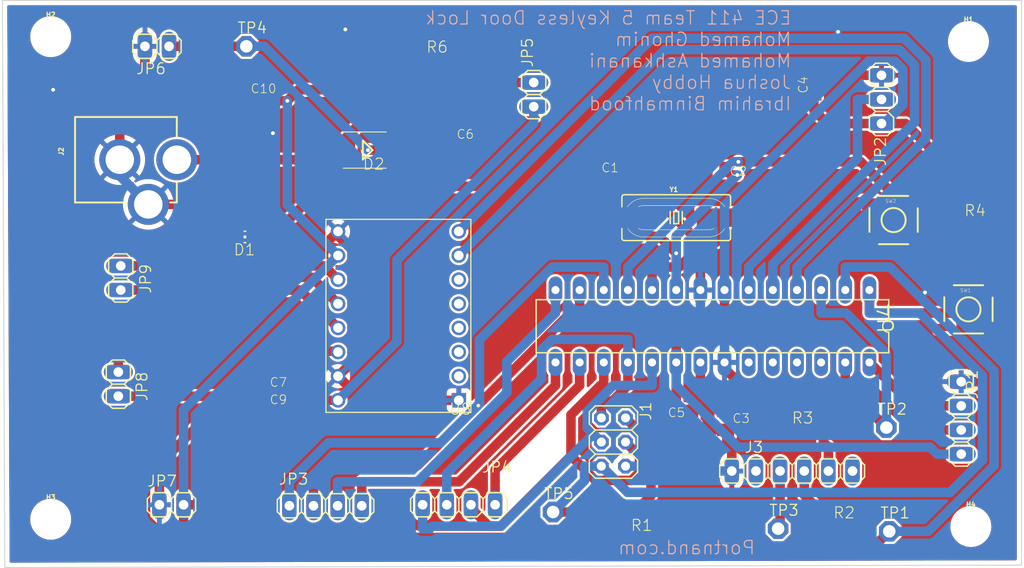
<source format=kicad_pcb>
(kicad_pcb (version 20211014) (generator pcbnew)
  (title_block (title "Keypad Door Lock PCB") (rev "1") (company "ECE 411 Team 5 Practicum"))
  (layers (0 "F.Cu" signal) (31 "B.Cu" signal) (34 "B.Paste" user) (35 "F.Paste" user) (36 "B.SilkS" user "B.Silkscreen") (37 "F.SilkS" user "F.Silkscreen") (38 "B.Mask" user) (39 "F.Mask" user) (44 "Edge.Cuts" user))
  (net 0 "")
  (net 1 "+5V")
  (net 2 "GND")
  (net 3 "Net-(C6-Pad1)")
  (net 4 "Net-(C9-Pad1)")
  (net 5 "Net-(J1-Pad5)")
  (net 6 "Net-(J3-Pad4)")
  (net 7 "Net-(C2-Pad2)")
  (net 8 "Net-(C1-Pad2)")
  (net 9 "Net-(J3-Pad5)")
  (net 10 "Net-(JP3-Pad4)")
  (net 11 "Net-(JP3-Pad3)")
  (net 12 "Net-(JP3-Pad2)")
  (net 13 "Net-(JP3-Pad1)")
  (net 14 "Net-(C3-Pad1)")
  (net 19 "Net-(D1-PadA)")
  (net 20 "Net-(JP4-Pad4)")
  (net 21 "Net-(J1-Pad4)")
  (net 22 "Net-(J1-Pad1)")
  (net 28 "Net-(J1-Pad3)")
  (net 29 "Net-(JP1-Pad3)")
  (net 30 "Net-(JP1-Pad2)")
  (net 31 "Net-(JP8-Pad2)")
  (net 32 "Net-(JP9-Pad1)")
  (net 33 "Net-(JP9-Pad2)")
  (net 34 "Net-(JP8-Pad1)")
  (net 35 "+12V")
  (net 38 "Net-(J3-Pad3)")
  (net 39 "Net-(JP2-Pad2)")
  (net 40 "Net-(R2-Pad1)")
  (net 41 "Net-(R3-Pad1)")
  (net 42 "Net-(R4-Pad2)")
  (net 43 "Net-(U4-Pad4)")
  (net 44 "Net-(U4-Pad5)")
  (footprint "Keyless_Door:P1-13" (layer "F.Cu") (at 178.1048 102.5906)
    (fp_text reference "TP3")
    (fp_text value "Testpoint")
  )
  (footprint "Keyless_Door:1X03" (layer "F.Cu") (at 188.976 57.404 90)
    (fp_text reference "JP2")
    (fp_text value "Gnd|Input|Vcc5")
  )
  (footprint "Keyless_Door:R0805" (layer "F.Cu") (at 180.2638 91.9988)
    (fp_text reference "R3")
    (fp_text value "1K")
  )
  (footprint "Keyless_Door:2X03" (layer "F.Cu") (at 160.782 93.472 -90)
    (property "Value" "")
    (fp_text reference "J1")
    (fp_text value "3x2 ICSP_PINS")
  )
  (footprint "Keyless_Door:1X04" (layer "F.Cu") (at 144.526 100.076)
    (fp_text reference "JP4")
    (fp_text value "1X4 KEYPAD_PINS2")
  )
  (footprint "Keyless_Door:C0805K" (layer "F.Cu") (at 144.78 62.738)
    (fp_text reference "C6")
    (fp_text value "10u")
  )
  (footprint "Keyless_Door:C0805K" (layer "F.Cu") (at 128.27 86.614)
    (fp_text reference "C7")
    (fp_text value "100u")
  )
  (footprint "Keyless_Door:C0805K" (layer "F.Cu") (at 123.8348 57.5564 180)
    (fp_text reference "C10")
    (fp_text value "100n")
  )
  (footprint "Keyless_Door:P1-13" (layer "F.Cu") (at 122.174 51.816)
    (fp_text reference "TP4")
    (fp_text value "Testpoint")
  )
  (footprint "Keyless_Door:P1-13" (layer "F.Cu") (at 154.432 100.838)
    (fp_text reference "TP5")
    (fp_text value "Testpoint")
  )
  (footprint "Keyless_Door:C0805K" (layer "F.Cu") (at 171.5676 64.77)
    (fp_text reference "C2")
    (fp_text value "30p")
  )
  (footprint "Keyless_Door:STAND-OFF" (layer "F.Cu") (at 101.6 101.6)
    (fp_text reference "H3")
    (fp_text value "STAND-OFF")
  )
  (footprint "Keyless_Door:R0805" (layer "F.Cu") (at 160.528 100.711 180)
    (fp_text reference "R1")
    (fp_text value "10K")
  )
  (footprint "Keyless_Door:C0805K" (layer "F.Cu") (at 163.3634 64.7446 180)
    (fp_text reference "C1")
    (fp_text value "30p")
  )
  (footprint "Keyless_Door:CHIP-LED0805" (layer "F.Cu") (at 122.174 71.882 90)
    (property "Value" "")
    (fp_text reference "D1")
    (fp_text value "LED")
  )
  (footprint "Keyless_Door:TACTILE_SWITCH_SMD" (layer "F.Cu") (at 198.12 79.502)
    (fp_text reference "SW1")
    (fp_text value "!Reset")
  )
  (footprint "Keyless_Door:C0805K" (layer "F.Cu") (at 128.302 89.0778 180)
    (fp_text reference "C9")
    (fp_text value "100u")
  )
  (footprint "Keyless_Door:MODULE_A4988_STEPPER_MOTOR_DRIVER_CARRIER" (layer "F.Cu") (at 138.1666 80.1878 180)
    (fp_text reference "U8")
    (fp_text value "A4988_STEPPER_MOTOR_DRIVER_CARRIER")
  )
  (footprint "Keyless_Door:HC49UP" (layer "F.Cu") (at 167.386 69.85)
    (fp_text reference "Y1")
    (fp_text value "Crystal")
  )
  (footprint "Keyless_Door:C0805K" (layer "F.Cu") (at 168.91 91.186 -90)
    (fp_text reference "C5")
    (fp_text value "100n")
  )
  (footprint "Keyless_Door:C0805K" (layer "F.Cu") (at 172.466 91.186 -90)
    (fp_text reference "C3")
    (fp_text value "100n")
  )
  (footprint "Keyless_Door:1X02" (layer "F.Cu") (at 152.4 56.896 90)
    (fp_text reference "JP5")
    (fp_text value "VOMT|12V")
  )
  (footprint "Keyless_Door:STAND-OFF" (layer "F.Cu") (at 198.12 51.308)
    (fp_text reference "H1")
    (fp_text value "STAND-OFF")
  )
  (footprint "Keyless_Door:1X04" (layer "F.Cu") (at 197.358 90.932 -90)
    (fp_text reference "JP1")
    (fp_text value "1x4 LCD_PINS")
  )
  (footprint "Keyless_Door:R0805" (layer "F.Cu") (at 141.666 53.848)
    (fp_text reference "R6")
    (fp_text value "1k")
  )
  (footprint "Keyless_Door:1X02" (layer "F.Cu") (at 108.712 87.376 90)
    (fp_text reference "JP8")
    (fp_text value "SM_P14|P11")
  )
  (footprint "Keyless_Door:1X06" (layer "F.Cu") (at 179.578 96.52)
    (property "Value" "")
    (fp_text reference "J3")
    (fp_text value "1x6 FTDL_PINS")
  )
  (footprint "Keyless_Door:TACTILE_SWITCH_SMD" (layer "F.Cu") (at 190.246 70.104)
    (fp_text reference "SW2")
    (fp_text value "Open")
  )
  (footprint "Keyless_Door:C0805K" (layer "F.Cu") (at 181.864 55.88 90)
    (fp_text reference "C4")
    (fp_text value "100n")
  )
  (footprint "Keyless_Door:R0805" (layer "F.Cu") (at 198.882 70.612 180)
    (fp_text reference "R4")
    (fp_text value "10K")
  )
  (footprint "Keyless_Door:1X02" (layer "F.Cu") (at 112.776 51.816 180)
    (fp_text reference "JP6")
    (fp_text value "InGND|In12")
  )
  (footprint "Keyless_Door:STAND-OFF" (layer "F.Cu") (at 101.6 50.8)
    (fp_text reference "H2")
    (fp_text value "STAND-OFF")
  )
  (footprint "Keyless_Door:R0805" (layer "F.Cu") (at 184.47 102.87)
    (fp_text reference "R2")
    (fp_text value "1K")
  )
  (footprint "Keyless_Door:P1-13" (layer "F.Cu") (at 189.7888 102.87)
    (fp_text reference "TP1")
    (fp_text value "Testpoint")
  )
  (footprint "Keyless_Door:STAND-OFF" (layer "F.Cu") (at 198.374 102.362)
    (fp_text reference "H4")
    (fp_text value "STAND-OFF")
  )
  (footprint "Keyless_Door:DIL28-3" (layer "F.Cu") (at 171.196 81.28 180)
    (fp_text reference "U4")
    (fp_text value "ATMEGA328P-PU")
  )
  (footprint "Keyless_Door:P1-13" (layer "F.Cu") (at 189.484 91.948)
    (fp_text reference "TP2")
    (fp_text value "Testpoint")
  )
  (footprint "Keyless_Door:SMB" (layer "F.Cu") (at 134.62 62.738 180)
    (property "Value" "")
    (fp_text reference "D2")
    (fp_text value "M7")
  )
  (footprint "Keyless_Door:1X02" (layer "F.Cu") (at 108.966 76.2 -90)
    (fp_text reference "JP9")
    (fp_text value "SM_P12|P13")
  )
  (footprint "Keyless_Door:1X04" (layer "F.Cu") (at 130.5052 100.1776 180)
    (fp_text reference "JP3")
    (fp_text value "1X4 KEYPAD_PINS1")
  )
  (footprint "Keyless_Door:1X02" (layer "F.Cu") (at 114.3 100.076)
    (fp_text reference "JP7")
    (fp_text value "OutGND|Out5")
  )
  (footprint "Keyless_Door:POWER_JACK_PTH" (layer "F.Cu") (at 101.1615 63.754 -90)
    (property "Value" "")
    (fp_text reference "J2")
    (fp_text value "Power Jack")
  )
  (gr_line (start 203.708 106.426) (end 96.774 106.68) (layer "Edge.Cuts") (width 0.1))
  (gr_line (start 96.52 46.99) (end 203.708 46.99) (layer "Edge.Cuts") (width 0.1))
  (gr_line (start 96.774 106.68) (end 96.52 46.99) (layer "Edge.Cuts") (width 0.1))
  (gr_line (start 203.708 46.99) (end 203.708 106.426) (layer "Edge.Cuts") (width 0.1))
  (gr_text "Portnand.com" (at 175.768 105.41) (layer "B.SilkS") (effects (font (size 1.40208 1.40208) (thickness 0.12192)) (justify left bottom mirror)))
  (gr_text "ECE 411 Team 5 Keyless Door Lock\nMohamed Ghonim\nMohamed Ashkanani\nJoshua Hobby\nIbrahim Binmahfood" (at 179.578 58.674) (layer "B.SilkS") (effects (font (size 1.40208 1.40208) (thickness 0.12192)) (justify left bottom mirror)))
  (segment (start 164.208 93.088) (end 167.11 90.186) (width 1) (layer "F.Cu") (net 1))
  (segment (start 172.466 77.47) (end 172.466 79.8924) (width 1) (layer "F.Cu") (net 1))
  (segment (start 129.27 86.1736) (end 128.2101 85.1137) (width 1) (layer "F.Cu") (net 1))
  (segment (start 128.2101 85.1137) (end 126.2529 85.1137) (width 1) (layer "F.Cu") (net 1))
  (segment (start 111.5641 101.4992) (end 112.6649 102.6) (width 1) (layer "F.Cu") (net 1))
  (segment (start 142.616 53.848) (end 142.616 54.856) (width 1) (layer "F.Cu") (net 1))
  (segment (start 181.864 58.53) (end 183.278 59.944) (width 1) (layer "F.Cu") (net 1))
  (segment (start 169.6908 82.6676) (end 172.466 79.8924) (width 1) (layer "F.Cu") (net 1))
  (segment (start 161.478 100.711) (end 161.478 102.461) (width 1) (layer "F.Cu") (net 1))
  (segment (start 164.208 93.088) (end 162.052 90.932) (width 1) (layer "F.Cu") (net 1))
  (segment (start 141.084 56.388) (end 127.6532 56.388) (width 1) (layer "F.Cu") (net 1))
  (segment (start 181.864 56.88) (end 181.864 58.53) (width 1) (layer "F.Cu") (net 1))
  (segment (start 167.386 85.09) (end 167.386 82.6676) (width 1) (layer "F.Cu") (net 1))
  (segment (start 120.2098 91.1568) (end 117.6702 91.1568) (width 1) (layer "F.Cu") (net 1))
  (segment (start 161.478 100.711) (end 163.128 100.711) (width 1) (layer "F.Cu") (net 1))
  (segment (start 124.8348 57.5564) (end 126.4848 57.5564) (width 1) (layer "F.Cu") (net 1))
  (segment (start 115.57 100.076) (end 115.57 102.6) (width 1) (layer "F.Cu") (net 1))
  (segment (start 117.6702 91.1568) (end 111.5641 97.2629) (width 1) (layer "F.Cu") (net 1))
  (segment (start 127.6532 56.388) (end 126.4848 57.5564) (width 1) (layer "F.Cu") (net 1))
  (segment (start 163.128 100.711) (end 164.73 99.109) (width 1) (layer "F.Cu") (net 1))
  (segment (start 167.386 90.186) (end 167.386 85.09) (width 1) (layer "F.Cu") (net 1))
  (segment (start 164.73 99.109) (end 164.73 93.61) (width 1) (layer "F.Cu") (net 1))
  (segment (start 188.976 59.944) (end 191.5 59.944) (width 1) (layer "F.Cu") (net 1))
  (segment (start 199.832 68.276) (end 199.832 70.612) (width 1) (layer "F.Cu") (net 1))
  (segment (start 164.73 93.61) (end 164.208 93.088) (width 1) (layer "F.Cu") (net 1))
  (segment (start 129.27 86.614) (end 129.27 86.1736) (width 1) (layer "F.Cu") (net 1))
  (segment (start 126.2529 85.1137) (end 120.2098 91.1568) (width 1) (layer "F.Cu") (net 1))
  (segment (start 183.278 59.944) (end 188.976 59.944) (width 1) (layer "F.Cu") (net 1))
  (segment (start 167.386 90.186) (end 167.11 90.186) (width 1) (layer "F.Cu") (net 1))
  (segment (start 112.6649 102.6) (end 115.57 102.6) (width 1) (layer "F.Cu") (net 1))
  (segment (start 142.616 54.856) (end 141.084 56.388) (width 1) (layer "F.Cu") (net 1))
  (segment (start 167.386 82.6676) (end 169.6908 82.6676) (width 1) (layer "F.Cu") (net 1))
  (segment (start 191.5 59.944) (end 199.832 68.276) (width 1) (layer "F.Cu") (net 1))
  (segment (start 168.91 90.186) (end 167.386 90.186) (width 1) (layer "F.Cu") (net 1))
  (segment (start 115.57 100.076) (end 117.332 100.076) (width 1) (layer "F.Cu") (net 1))
  (segment (start 120.7714 103.5154) (end 160.4236 103.5154) (width 1) (layer "F.Cu") (net 1))
  (segment (start 111.5641 97.2629) (end 111.5641 101.4992) (width 1) (layer "F.Cu") (net 1))
  (segment (start 160.4236 103.5154) (end 161.478 102.461) (width 1) (layer "F.Cu") (net 1))
  (segment (start 117.332 100.076) (end 120.7714 103.5154) (width 1) (layer "F.Cu") (net 1))
  (via (at 126.4848 57.5564) (size 0.8) (drill 0.4) (layers "F.Cu" "B.Cu") (net 1))
  (segment (start 191.2212 57.9908) (end 189.268 59.944) (width 1) (layer "B.Cu") (net 1))
  (segment (start 191.2212 54.2345) (end 191.2212 57.9908) (width 1) (layer "B.Cu") (net 1))
  (segment (start 131.8166 73.8378) (end 126.4849 68.5061) (width 1) (layer "B.Cu") (net 1))
  (segment (start 190.3719 53.3852) (end 191.2212 54.2345) (width 1) (layer "B.Cu") (net 1))
  (segment (start 187.6115 53.3852) (end 190.3719 53.3852) (width 1) (layer "B.Cu") (net 1))
  (segment (start 189.268 59.944) (end 188.976 59.944) (width 1) (layer "B.Cu") (net 1))
  (segment (start 115.57 90.0844) (end 131.8166 73.8378) (width 1) (layer "B.Cu") (net 1))
  (segment (start 115.57 100.076) (end 115.57 90.0844) (width 1) (layer "B.Cu") (net 1))
  (segment (start 126.4849 57.5564) (end 126.4848 57.5564) (width 1) (layer "B.Cu") (net 1))
  (segment (start 197.358 94.742) (end 194.834 94.742) (width 1) (layer "B.Cu") (net 1))
  (segment (start 172.466 68.5307) (end 187.6115 53.3852) (width 1) (layer "B.Cu") (net 1))
  (segment (start 167.386 87.5124) (end 173.8857 94.0121) (width 1) (layer "B.Cu") (net 1))
  (segment (start 167.386 85.09) (end 167.386 87.5124) (width 1) (layer "B.Cu") (net 1))
  (segment (start 173.8857 94.0121) (end 194.1041 94.0121) (width 1) (layer "B.Cu") (net 1))
  (segment (start 126.4849 68.5061) (end 126.4849 57.5564) (width 1) (layer "B.Cu") (net 1))
  (segment (start 194.1041 94.0121) (end 194.834 94.742) (width 1) (layer "B.Cu") (net 1))
  (segment (start 172.466 77.47) (end 172.466 68.5307) (width 1) (layer "B.Cu") (net 1))
  (segment (start 131.8166 86.5378) (end 133.3202 88.0414) (width 1) (layer "F.Cu") (net 2))
  (segment (start 175.5863 71.1247) (end 175.5863 68.6017) (width 1) (layer "F.Cu") (net 2))
  (segment (start 172.466 85.7124) (end 173.9802 87.2266) (width 1) (layer "F.Cu") (net 2))
  (segment (start 138.3282 68.1844) (end 150.9216 68.1844) (width 1) (layer "F.Cu") (net 2))
  (segment (start 111.506 54.34) (end 117.9684 54.34) (width 1) (layer "F.Cu") (net 2))
  (segment (start 195.5978 76.9718) (end 195.5978 77.5792) (width 1) (layer "F.Cu") (net 2))
  (segment (start 108.8615 56.9845) (end 111.506 54.34) (width 1) (layer "F.Cu") (net 2))
  (segment (start 181.864 54.88) (end 178.6576 54.88) (width 1) (layer "F.Cu") (net 2))
  (segment (start 200.5582 79.8922) (end 202.1339 78.3165) (width 1) (layer "F.Cu") (net 2))
  (segment (start 170.5676 64.77) (end 170.5676 62.97) (width 1) (layer "F.Cu") (net 2))
  (segment (start 199.882 85.0519) (end 199.1721 84.342) (width 1) (layer "F.Cu") (net 2))
  (segment (start 127.302 89.0778) (end 125.652 89.0778) (width 1) (layer "F.Cu") (net 2))
  (segment (start 131.5829 71.5315) (end 131.8166 71.2978) (width 1) (layer "F.Cu") (net 2))
  (segment (start 196.1788 76.3908) (end 195.5978 76.9718) (width 1) (layer "F.Cu") (net 2))
  (segment (start 175.5863 68.6017) (end 173.5546 66.57) (width 1) (layer "F.Cu") (net 2))
  (segment (start 111.8615 68.454) (end 116.096 68.454) (width 1) (layer "F.Cu") (net 2))
  (segment (start 186.436 54.88) (end 181.864 54.88) (width 1) (layer "F.Cu") (net 2))
  (segment (start 150.9216 68.1844) (end 155.8618 63.2442) (width 1) (layer "F.Cu") (net 2))
  (segment (start 142.7516 89.0778) (end 133.3202 89.0778) (width 1) (layer "F.Cu") (net 2))
  (segment (start 171.6634 75.0476) (end 175.5863 71.1247) (width 1) (layer "F.Cu") (net 2))
  (segment (start 197.358 87.122) (end 199.882 87.122) (width 1) (layer "F.Cu") (net 2))
  (segment (start 117.9684 54.34) (end 121.1848 57.5564) (width 1) (layer "F.Cu") (net 2))
  (segment (start 131.5829 71.5315) (end 133.282 73.2306) (width 1) (layer "F.Cu") (net 2))
  (segment (start 186.825 68.199) (end 185.944 68.199) (width 1) (layer "F.Cu") (net 2))
  (segment (start 164.3634 64.7446) (end 166.0134 64.7446) (width 1) (layer "F.Cu") (net 2))
  (segment (start 132.3553 90.6295) (end 128.4022 90.6295) (width 1) (layer "F.Cu") (net 2))
  (segment (start 173.228 96.52) (end 173.228 93.996) (width 1) (layer "F.Cu") (net 2))
  (segment (start 186.825 68.199) (end 195.5978 76.9718) (width 1) (layer "F.Cu") (net 2))
  (segment (start 170.5676 65.3442) (end 166.613 65.3442) (width 1) (layer "F.Cu") (net 2))
  (segment (start 113.03 97.552) (end 117.1778 97.552) (width 1) (layer "F.Cu") (net 2))
  (segment (start 133.3202 89.6646) (end 132.3553 90.6295) (width 1) (layer "F.Cu") (net 2))
  (segment (start 199.1721 84.342) (end 199.1721 80.7138) (width 1) (layer "F.Cu") (net 2))
  (segment (start 133.3202 89.0778) (end 133.3202 89.6646) (width 1) (layer "F.Cu") (net 2))
  (segment (start 178.6576 54.88) (end 170.5676 62.97) (width 1) (layer "F.Cu") (net 2))
  (segment (start 155.8618 63.2442) (end 163.3947 63.2442) (width 1) (layer "F.Cu") (net 2))
  (segment (start 172.9711 93.7391) (end 172.9711 92.186) (width 1) (layer "F.Cu") (net 2))
  (segment (start 170.5676 64.77) (end 170.5676 65.3442) (width 1) (layer "F.Cu") (net 2))
  (segment (start 133.282 85.0724) (end 131.8166 86.5378) (width 1) (layer "F.Cu") (net 2))
  (segment (start 185.5413 68.6017) (end 185.944 68.199) (width 1) (layer "F.Cu") (net 2))
  (segment (start 168.91 92.186) (end 170.71 92.186) (width 1) (layer "F.Cu") (net 2))
  (segment (start 126.4516 64.9544) (end 121.124 70.282) (width 1) (layer "F.Cu") (net 2))
  (segment (start 145.3636 64.9544) (end 126.4516 64.9544) (width 1) (layer "F.Cu") (net 2))
  (segment (start 117.1778 97.552) (end 125.652 89.0778) (width 1) (layer "F.Cu") (net 2))
  (segment (start 172.466 85.09) (end 172.466 85.7124) (width 1) (layer "F.Cu") (net 2))
  (segment (start 186.452 54.864) (end 186.436 54.88) (width 1) (layer "F.Cu") (net 2))
  (segment (start 173.228 93.996) (end 172.9711 93.7391) (width 1) (layer "F.Cu") (net 2))
  (segment (start 121.124 71.882) (end 119.524 71.882) (width 1) (layer "F.Cu") (net 2))
  (segment (start 195.5978 77.5792) (end 195.58 77.597) (width 1) (layer "F.Cu") (net 2))
  (segment (start 202.1339 78.3165) (end 202.1339 76.8818) (width 1) (layer "F.Cu") (net 2))
  (segment (start 144.5166 89.0778) (end 142.7516 89.0778) (width 1) (layer "F.Cu") (net 2))
  (segment (start 108.8615 63.754) (end 108.8615 56.9845) (width 1) (layer "F.Cu") (net 2))
  (segment (start 121.124 71.882) (end 121.124 72.0072) (width 1) (layer "F.Cu") (net 2))
  (segment (start 175.5863 68.6017) (end 185.5413 68.6017) (width 1) (layer "F.Cu") (net 2))
  (segment (start 172.466 92.186) (end 170.71 92.186) (width 1) (layer "F.Cu") (net 2))
  (segment (start 173.9802 87.2266) (end 173.9802 91.1769) (width 1) (layer "F.Cu") (net 2))
  (segment (start 121.124 72.0072) (end 122.2992 73.1824) (width 1) (layer "F.Cu") (net 2))
  (segment (start 163.3947 63.2442) (end 164.3634 64.2129) (width 1) (layer "F.Cu") (net 2))
  (segment (start 127.27 87.2458) (end 127.302 87.2778) (width 1) (layer "F.Cu") (net 2))
  (segment (start 127.302 89.0778) (end 127.302 87.2778) (width 1) (layer "F.Cu") (net 2))
  (segment (start 127.27 86.614) (end 127.27 87.2458) (width 1) (layer "F.Cu") (net 2))
  (segment (start 173.9802 91.1769) (end 172.9711 92.186) (width 1) (layer "F.Cu") (net 2))
  (segment (start 166.613 65.3442) (end 166.0134 64.7446) (width 1) (layer "F.Cu") (net 2))
  (segment (start 121.124 71.882) (end 121.124 70.282) (width 1) (layer "F.Cu") (net 2))
  (segment (start 113.03 100.076) (end 113.03 97.552) (width 1) (layer "F.Cu") (net 2))
  (segment (start 172.9711 92.186) (end 172.466 92.186) (width 1) (layer "F.Cu") (net 2))
  (segment (start 170.5676 65.3572) (end 170.5676 66.57) (width 1) (layer "F.Cu") (net 2))
  (segment (start 201.6429 76.3908) (end 196.1788 76.3908) (width 1) (layer "F.Cu") (net 2))
  (segment (start 164.3634 64.2129) (end 164.3634 64.7446) (width 1) (layer "F.Cu") (net 2))
  (segment (start 170.5676 65.3572) (end 170.5676 65.3442) (width 1) (layer "F.Cu") (net 2))
  (segment (start 116.096 68.454) (end 119.524 71.882) (width 1) (layer "F.Cu") (net 2))
  (segment (start 122.8348 57.5564) (end 121.1848 57.5564) (width 1) (layer "F.Cu") (net 2))
  (segment (start 128.4022 90.6295) (end 127.302 89.5293) (width 1) (layer "F.Cu") (net 2))
  (segment (start 145.78 64.538) (end 145.3636 64.9544) (width 1) (layer "F.Cu") (net 2))
  (segment (start 199.1721 80.7138) (end 199.9937 79.8922) (width 1) (layer "F.Cu") (net 2))
  (segment (start 173.5546 66.57) (end 170.5676 66.57) (width 1) (layer "F.Cu") (net 2))
  (segment (start 133.3202 88.0414) (end 133.3202 89.0778) (width 1) (layer "F.Cu") (net 2))
  (segment (start 133.282 73.2306) (end 138.3282 68.1844) (width 1) (layer "F.Cu") (net 2))
  (segment (start 169.926 77.47) (end 169.926 75.0476) (width 1) (layer "F.Cu") (net 2))
  (segment (start 111.506 51.816) (end 111.506 54.34) (width 1) (layer "F.Cu") (net 2))
  (segment (start 188.976 54.864) (end 186.452 54.864) (width 1) (layer "F.Cu") (net 2))
  (segment (start 127.302 89.5293) (end 127.302 89.0778) (width 1) (layer "F.Cu") (net 2))
  (segment (start 199.882 87.122) (end 199.882 85.0519) (width 1) (layer "F.Cu") (net 2))
  (segment (start 187.706 68.199) (end 186.825 68.199) (width 1) (layer "F.Cu") (net 2))
  (segment (start 129.932 73.1824) (end 131.5829 71.5315) (width 1) (layer "F.Cu") (net 2))
  (segment (start 145.78 62.738) (end 145.78 64.538) (width 1) (layer "F.Cu") (net 2))
  (segment (start 133.282 73.2306) (end 133.282 85.0724) (width 1) (layer "F.Cu") (net 2))
  (segment (start 122.2992 73.1824) (end 129.932 73.1824) (width 1) (layer "F.Cu") (net 2))
  (segment (start 169.926 75.0476) (end 171.6634 75.0476) (width 1) (layer "F.Cu") (net 2))
  (segment (start 199.9937 79.8922) (end 200.5582 79.8922) (width 1) (layer "F.Cu") (net 2))
  (segment (start 202.1339 76.8818) (end 201.6429 76.3908) (width 1) (layer "F.Cu") (net 2))
  (via (at 184.404 50.292) (size 0.8) (drill 0.4) (layers "F.Cu" "B.Cu") (net 2))
  (via (at 124.968 60.96) (size 0.8) (drill 0.4) (layers "F.Cu" "B.Cu") (net 2))
  (via (at 101.854 56.388) (size 0.8) (drill 0.4) (layers "F.Cu" "B.Cu") (net 2))
  (via (at 132.588 50.038) (size 0.8) (drill 0.4) (layers "F.Cu" "B.Cu") (net 2))
  (via (at 193.548 77.724) (size 0.8) (drill 0.4) (layers "F.Cu" "B.Cu") (net 2))
  (segment (start 169.926 79.8924) (end 172.466 82.4324) (width 1) (layer "B.Cu") (net 2))
  (segment (start 111.8615 68.454) (end 108.8615 65.454) (width 1) (layer "B.Cu") (net 2))
  (segment (start 108.8615 65.454) (end 108.8615 63.754) (width 1) (layer "B.Cu") (net 2))
  (segment (start 172.466 82.4324) (end 172.466 85.09) (width 1) (layer "B.Cu") (net 2))
  (segment (start 162.052 96.012) (end 163.8285 96.012) (width 1) (layer "B.Cu") (net 2))
  (segment (start 169.926 77.47) (end 169.926 79.8924) (width 1) (layer "B.Cu") (net 2))
  (segment (start 173.228 96.52) (end 164.3365 96.52) (width 1) (layer "B.Cu") (net 2))
  (segment (start 164.3365 96.52) (end 163.8285 96.012) (width 1) (layer "B.Cu") (net 2))
  (segment (start 122.174 51.816) (end 114.046 51.816) (width 1) (layer "F.Cu") (net 3))
  (segment (start 136.82 62.738) (end 134.966 62.738) (width 1) (layer "F.Cu") (net 3))
  (segment (start 143.78 62.738) (end 136.82 62.738) (width 1) (layer "F.Cu") (net 3))
  (via (at 134.966 62.738) (size 0.8) (drill 0.4) (layers "F.Cu" "B.Cu") (net 3))
  (segment (start 124.044 51.816) (end 134.966 62.738) (width 1) (layer "B.Cu") (net 3))
  (segment (start 122.174 51.816) (end 124.044 51.816) (width 1) (layer "B.Cu") (net 3))
  (segment (start 131.8166 89.0778) (end 129.302 89.0778) (width 1) (layer "F.Cu") (net 4))
  (segment (start 152.4 58.166) (end 152.4 59.928) (width 1) (layer "B.Cu") (net 4))
  (segment (start 138.0145 82.8799) (end 131.8166 89.0778) (width 1) (layer "B.Cu") (net 4))
  (segment (start 138.0145 74.3135) (end 138.0145 82.8799) (width 1) (layer "B.Cu") (net 4))
  (segment (start 152.4 59.928) (end 138.0145 74.3135) (width 1) (layer "B.Cu") (net 4))
  (segment (start 187.706 79.8924) (end 196.6026 79.8924) (width 1) (layer "F.Cu") (net 5))
  (segment (start 157.801 100.838) (end 157.928 100.711) (width 1) (layer "F.Cu") (net 5))
  (segment (start 159.578 100.711) (end 157.928 100.711) (width 1) (layer "F.Cu") (net 5))
  (segment (start 187.706 77.47) (end 187.706 79.8924) (width 1) (layer "F.Cu") (net 5))
  (segment (start 196.6026 79.8924) (end 198.898 77.597) (width 1) (layer "F.Cu") (net 5))
  (segment (start 200.66 77.597) (end 198.898 77.597) (width 1) (layer "F.Cu") (net 5))
  (segment (start 154.432 100.838) (end 157.801 100.838) (width 1) (layer "F.Cu") (net 5))
  (segment (start 193.0007 79.8924) (end 199.5982 86.4899) (width 1) (layer "B.Cu") (net 5))
  (segment (start 199.5982 95.3588) (end 196.1935 98.7635) (width 1) (layer "B.Cu") (net 5))
  (segment (start 199.5982 86.4899) (end 199.5982 95.3588) (width 1) (layer "B.Cu") (net 5))
  (segment (start 196.1935 98.7635) (end 162.2635 98.7635) (width 1) (layer "B.Cu") (net 5))
  (segment (start 162.2635 98.7635) (end 159.512 96.012) (width 1) (layer "B.Cu") (net 5))
  (segment (start 157.7355 97.5345) (end 157.7355 96.012) (width 1) (layer "B.Cu") (net 5))
  (segment (start 187.706 79.8924) (end 193.0007 79.8924) (width 1) (layer "B.Cu") (net 5))
  (segment (start 159.512 96.012) (end 157.7355 96.012) (width 1) (layer "B.Cu") (net 5))
  (segment (start 187.706 77.47) (end 187.706 79.8924) (width 1) (layer "B.Cu") (net 5))
  (segment (start 154.432 100.838) (end 157.7355 97.5345) (width 1) (layer "B.Cu") (net 5))
  (segment (start 185.42 102.87) (end 185.42 101.12) (width 1) (layer "F.Cu") (net 6))
  (segment (start 180.848 96.52) (end 180.848 99.044) (width 1) (layer "F.Cu") (net 6))
  (segment (start 182.924 101.12) (end 180.848 99.044) (width 1) (layer "F.Cu") (net 6))
  (segment (start 185.42 101.12) (end 182.924 101.12) (width 1) (layer "F.Cu") (net 6))
  (segment (start 173.1585 65.3609) (end 172.5676 64.77) (width 1) (layer "F.Cu") (net 7))
  (segment (start 162.56 69.85) (end 162.56 71.8152) (width 1) (layer "F.Cu") (net 7))
  (segment (start 173.819 65.3609) (end 173.1585 65.3609) (width 1) (layer "F.Cu") (net 7))
  (segment (start 162.56 71.8152) (end 165.6029 71.8152) (width 1) (layer "F.Cu") (net 7))
  (segment (start 165.6029 71.8152) (end 167.386 73.5983) (width 1) (layer "F.Cu") (net 7))
  (via (at 173.819 65.3609) (size 0.8) (drill 0.4) (layers "F.Cu" "B.Cu") (net 7))
  (via (at 167.386 73.5983) (size 0.8) (drill 0.4) (layers "F.Cu" "B.Cu") (net 7))
  (segment (start 167.386 77.47) (end 167.386 75.0476) (width 1) (layer "B.Cu") (net 7))
  (segment (start 167.386 71.7939) (end 167.386 73.5983) (width 1) (layer "B.Cu") (net 7))
  (segment (start 167.386 73.5983) (end 167.386 75.0476) (width 1) (layer "B.Cu") (net 7))
  (segment (start 173.819 65.3609) (end 167.386 71.7939) (width 1) (layer "B.Cu") (net 7))
  (segment (start 164.846 75.0476) (end 167.6971 75.0476) (width 1) (layer "F.Cu") (net 8))
  (segment (start 164.846 77.47) (end 164.846 75.0476) (width 1) (layer "F.Cu") (net 8))
  (segment (start 167.6971 75.0476) (end 169.81 72.9347) (width 1) (layer "F.Cu") (net 8))
  (segment (start 172.212 69.85) (end 172.212 71.8152) (width 1) (layer "F.Cu") (net 8))
  (segment (start 171.5981 72.4291) (end 172.212 71.8152) (width 1) (layer "F.Cu") (net 8))
  (segment (start 169.81 72.4291) (end 171.5981 72.4291) (width 1) (layer "F.Cu") (net 8))
  (segment (start 163.9255 66.5446) (end 162.3634 66.5446) (width 1) (layer "F.Cu") (net 8))
  (segment (start 169.81 72.4291) (end 163.9255 66.5446) (width 1) (layer "F.Cu") (net 8))
  (segment (start 169.81 72.9347) (end 169.81 72.4291) (width 1) (layer "F.Cu") (net 8))
  (segment (start 162.3634 64.7446) (end 162.3634 66.5446) (width 1) (layer "F.Cu") (net 8))
  (segment (start 183.388 96.52) (end 183.388 93.996) (width 1) (layer "F.Cu") (net 9))
  (segment (start 181.2138 91.9988) (end 182.8638 91.9988) (width 1) (layer "F.Cu") (net 9))
  (segment (start 182.8638 93.4718) (end 182.8638 91.9988) (width 1) (layer "F.Cu") (net 9))
  (segment (start 183.388 93.996) (end 182.8638 93.4718) (width 1) (layer "F.Cu") (net 9))
  (segment (start 146.6909 89.443) (end 146.6909 82.7018) (width 1) (layer "B.Cu") (net 10))
  (segment (start 126.6952 97.6536) (end 130.7975 93.5513) (width 1) (layer "B.Cu") (net 10))
  (segment (start 142.5826 93.5513) (end 146.6909 89.443) (width 1) (layer "B.Cu") (net 10))
  (segment (start 146.6909 82.7018) (end 154.3451 75.0476) (width 1) (layer "B.Cu") (net 10))
  (segment (start 159.766 77.47) (end 159.766 75.0476) (width 1) (layer "B.Cu") (net 10))
  (segment (start 126.6952 100.1776) (end 126.6952 97.6536) (width 1) (layer "B.Cu") (net 10))
  (segment (start 130.7975 93.5513) (end 142.5826 93.5513) (width 1) (layer "B.Cu") (net 10))
  (segment (start 154.3451 75.0476) (end 159.766 75.0476) (width 1) (layer "B.Cu") (net 10))
  (segment (start 156.2415 79.8924) (end 140.1778 95.9561) (width 1) (layer "F.Cu") (net 11))
  (segment (start 140.1778 95.9561) (end 130.9327 95.9561) (width 1) (layer "F.Cu") (net 11))
  (segment (start 130.9327 95.9561) (end 129.2352 97.6536) (width 1) (layer "F.Cu") (net 11))
  (segment (start 129.2352 100.1776) (end 129.2352 97.6536) (width 1) (layer "F.Cu") (net 11))
  (segment (start 157.226 77.47) (end 157.226 79.8924) (width 1) (layer "F.Cu") (net 11))
  (segment (start 157.226 79.8924) (end 156.2415 79.8924) (width 1) (layer "F.Cu") (net 11))
  (segment (start 140.1778 97.6536) (end 131.7752 97.6536) (width 1) (layer "B.Cu") (net 12))
  (segment (start 154.686 79.8924) (end 149.5725 85.0059) (width 1) (layer "B.Cu") (net 12))
  (segment (start 131.7752 100.1776) (end 131.7752 97.6536) (width 1) (layer "B.Cu") (net 12))
  (segment (start 149.5725 85.0059) (end 149.5725 88.2589) (width 1) (layer "B.Cu") (net 12))
  (segment (start 154.686 77.47) (end 154.686 79.8924) (width 1) (layer "B.Cu") (net 12))
  (segment (start 149.5725 88.2589) (end 140.1778 97.6536) (width 1) (layer "B.Cu") (net 12))
  (segment (start 144.5448 97.6536) (end 154.686 87.5124) (width 1) (layer "F.Cu") (net 13))
  (segment (start 154.686 85.09) (end 154.686 87.5124) (width 1) (layer "F.Cu") (net 13))
  (segment (start 134.3152 97.6536) (end 144.5448 97.6536) (width 1) (layer "F.Cu") (net 13))
  (segment (start 134.3152 100.1776) (end 134.3152 97.6536) (width 1) (layer "F.Cu") (net 13))
  (segment (start 171.4424 87.5124) (end 172.466 88.536) (width 1) (layer "F.Cu") (net 14))
  (segment (start 169.926 87.5124) (end 171.4424 87.5124) (width 1) (layer "F.Cu") (net 14))
  (segment (start 169.926 85.09) (end 169.926 87.5124) (width 1) (layer "F.Cu") (net 14))
  (segment (start 172.466 90.186) (end 172.466 88.536) (width 1) (layer "F.Cu") (net 14))
  (segment (start 154.678 54.998052) (end 152.023948 52.344) (width 1) (layer "F.Cu") (net 19))
  (segment (start 123.224 71.882) (end 124.824 71.882) (width 1) (layer "F.Cu") (net 19))
  (segment (start 152.023948 52.344) (end 141.212 52.344) (width 1) (layer "F.Cu") (net 19))
  (segment (start 154.678 58.793948) (end 154.678 54.998052) (width 1) (layer "F.Cu") (net 19))
  (segment (start 130.158 66.548) (end 146.923948 66.548) (width 1) (layer "F.Cu") (net 19))
  (segment (start 140.716 52.84) (end 140.716 53.848) (width 1) (layer "F.Cu") (net 19))
  (segment (start 124.824 71.882) (end 130.158 66.548) (width 1) (layer "F.Cu") (net 19))
  (segment (start 146.923948 66.548) (end 154.678 58.793948) (width 1) (layer "F.Cu") (net 19))
  (segment (start 141.212 52.344) (end 140.716 52.84) (width 1) (layer "F.Cu") (net 19))
  (segment (start 148.336 100.076) (end 148.336 97.552) (width 1) (layer "F.Cu") (net 20))
  (segment (start 157.226 87.5124) (end 148.336 96.4024) (width 1) (layer "F.Cu") (net 20))
  (segment (start 157.226 85.09) (end 157.226 87.5124) (width 1) (layer "F.Cu") (net 20))
  (segment (start 148.336 96.4024) (end 148.336 97.552) (width 1) (layer "F.Cu") (net 20))
  (segment (start 159.766 85.09) (end 159.766 87.5124) (width 1) (layer "F.Cu") (net 21))
  (segment (start 156.317 90.604) (end 156.317 94.9331) (width 1) (layer "F.Cu") (net 21))
  (segment (start 145.796 100.4367) (end 145.796 100.076) (width 1) (layer "F.Cu") (net 21))
  (segment (start 163.5293 96.648) (end 163.5293 94.9493) (width 1) (layer "F.Cu") (net 21))
  (segment (start 159.766 87.5124) (end 159.4086 87.5124) (width 1) (layer "F.Cu") (net 21))
  (segment (start 156.317 94.9331) (end 148.9424 102.3077) (width 1) (layer "F.Cu") (net 21))
  (segment (start 162.6658 97.5115) (end 163.5293 96.648) (width 1) (layer "F.Cu") (net 21))
  (segment (start 163.5293 94.9493) (end 162.052 93.472) (width 1) (layer "F.Cu") (net 21))
  (segment (start 159.4086 87.5124) (end 156.317 90.604) (width 1) (layer "F.Cu") (net 21))
  (segment (start 158.8954 97.5115) (end 162.6658 97.5115) (width 1) (layer "F.Cu") (net 21))
  (segment (start 147.667 102.3077) (end 145.796 100.4367) (width 1) (layer "F.Cu") (net 21))
  (segment (start 156.317 94.9331) (end 158.8954 97.5115) (width 1) (layer "F.Cu") (net 21))
  (segment (start 148.9424 102.3077) (end 147.667 102.3077) (width 1) (layer "F.Cu") (net 21))
  (segment (start 162.306 85.09) (end 162.306 87.5124) (width 1) (layer "F.Cu") (net 22))
  (segment (start 160.6629 89.1555) (end 159.512 89.1555) (width 1) (layer "F.Cu") (net 22))
  (segment (start 162.306 87.5124) (end 160.6629 89.1555) (width 1) (layer "F.Cu") (net 22))
  (segment (start 159.512 90.932) (end 159.512 89.1555) (width 1) (layer "F.Cu") (net 22))
  (segment (start 162.306 85.09) (end 162.306 82.6676) (width 1) (layer "B.Cu") (net 22))
  (segment (start 154.325094 82.6676) (end 153.2208 83.771894) (width 1) (layer "B.Cu") (net 22))
  (segment (start 143.256 96.774) (end 143.256 100.076) (width 1) (layer "B.Cu") (net 22))
  (segment (start 153.2208 86.8092) (end 143.256 96.774) (width 1) (layer "B.Cu") (net 22))
  (segment (start 162.306 82.6676) (end 154.325094 82.6676) (width 1) (layer "B.Cu") (net 22))
  (segment (start 153.2208 83.771894) (end 153.2208 86.8092) (width 1) (layer "B.Cu") (net 22))
  (segment (start 148.9662 102.3349) (end 158.6706 92.6305) (width 1) (layer "B.Cu") (net 28))
  (segment (start 164.846 85.09) (end 164.846 87.5124) (width 1) (layer "B.Cu") (net 28))
  (segment (start 164.846 87.5124) (end 160.769 87.5124) (width 1) (layer "B.Cu") (net 28))
  (segment (start 140.716 100.076) (end 140.716 102.6) (width 1) (layer "B.Cu") (net 28))
  (segment (start 160.769 87.5124) (end 158.0309 90.2505) (width 1) (layer "B.Cu") (net 28))
  (segment (start 158.6706 92.6305) (end 159.512 93.472) (width 1) (layer "B.Cu") (net 28))
  (segment (start 141.4458 102.6) (end 141.7109 102.3349) (width 1) (layer "B.Cu") (net 28))
  (segment (start 158.0309 91.9909) (end 158.6706 92.6305) (width 1) (layer "B.Cu") (net 28))
  (segment (start 158.0309 90.2505) (end 158.0309 91.9909) (width 1) (layer "B.Cu") (net 28))
  (segment (start 141.7109 102.3349) (end 148.9662 102.3349) (width 1) (layer "B.Cu") (net 28))
  (segment (start 140.716 102.6) (end 141.4458 102.6) (width 1) (layer "B.Cu") (net 28))
  (segment (start 185.166 85.09) (end 185.166 87.5124) (width 1) (layer "F.Cu") (net 29))
  (segment (start 185.166 87.5124) (end 187.6444 87.5124) (width 1) (layer "F.Cu") (net 29))
  (segment (start 192.334 92.202) (end 197.358 92.202) (width 1) (layer "F.Cu") (net 29))
  (segment (start 187.6444 87.5124) (end 192.334 92.202) (width 1) (layer "F.Cu") (net 29))
  (segment (start 192.278 89.662) (end 194.834 89.662) (width 1) (layer "F.Cu") (net 30))
  (segment (start 187.706 85.09) (end 192.278 89.662) (width 1) (layer "F.Cu") (net 30))
  (segment (start 197.358 89.662) (end 194.834 89.662) (width 1) (layer "F.Cu") (net 30))
  (segment (start 130.3688 74.93) (end 119.8826 74.93) (width 1) (layer "F.Cu") (net 31))
  (segment (start 106.6935 82.3255) (end 108.712 84.344) (width 1) (layer "F.Cu") (net 31))
  (segment (start 107.5828 73.4651) (end 106.6935 74.3544) (width 1) (layer "F.Cu") (net 31))
  (segment (start 106.6935 74.3544) (end 106.6935 82.3255) (width 1) (layer "F.Cu") (net 31))
  (segment (start 119.8826 74.93) (end 118.4177 73.4651) (width 1) (layer "F.Cu") (net 31))
  (segment (start 131.8166 76.3778) (end 130.3688 74.93) (width 1) (layer "F.Cu") (net 31))
  (segment (start 118.4177 73.4651) (end 107.5828 73.4651) (width 1) (layer "F.Cu") (net 31))
  (segment (start 108.712 86.106) (end 108.712 84.344) (width 1) (layer "F.Cu") (net 31))
  (segment (start 108.966 74.93) (end 111.49 74.93) (width 1) (layer "F.Cu") (net 32))
  (segment (start 112.6904 76.1304) (end 129.0292 76.1304) (width 1) (layer "F.Cu") (net 32))
  (segment (start 111.49 74.93) (end 112.6904 76.1304) (width 1) (layer "F.Cu") (net 32))
  (segment (start 129.0292 76.1304) (end 131.8166 78.9178) (width 1) (layer "F.Cu") (net 32))
  (segment (start 127.8288 77.47) (end 131.8166 81.4578) (width 1) (layer "F.Cu") (net 33))
  (segment (start 108.966 77.47) (end 127.8288 77.47) (width 1) (layer "F.Cu") (net 33))
  (segment (start 119.8561 88.646) (end 108.712 88.646) (width 1) (layer "F.Cu") (net 34))
  (segment (start 124.5888 83.9133) (end 119.8561 88.646) (width 1) (layer "F.Cu") (net 34))
  (segment (start 131.8166 83.9978) (end 131.7321 83.9133) (width 1) (layer "F.Cu") (net 34))
  (segment (start 131.7321 83.9133) (end 124.5888 83.9133) (width 1) (layer "F.Cu") (net 34))
  (segment (start 114.8615 63.754) (end 129.204 63.754) (width 1) (layer "F.Cu") (net 35))
  (segment (start 147.082 58.42) (end 149.876 55.626) (width 1) (layer "F.Cu") (net 35))
  (segment (start 149.876 55.626) (end 152.4 55.626) (width 1) (layer "F.Cu") (net 35))
  (segment (start 132.42 62.738) (end 131.32 62.738) (width 1) (layer "F.Cu") (net 35))
  (segment (start 131.32 62.738) (end 135.638 58.42) (width 1) (layer "F.Cu") (net 35))
  (segment (start 131.32 62.738) (end 130.22 62.738) (width 1) (layer "F.Cu") (net 35))
  (segment (start 135.638 58.42) (end 147.082 58.42) (width 1) (layer "F.Cu") (net 35))
  (segment (start 129.204 63.754) (end 130.22 62.738) (width 1) (layer "F.Cu") (net 35))
  (segment (start 178.308 96.52) (end 178.308 102.3874) (width 1) (layer "F.Cu") (net 38))
  (segment (start 178.308 102.3874) (end 178.1048 102.5906) (width 1) (layer "F.Cu") (net 38))
  (segment (start 188.976 57.404) (end 186.452 57.404) (width 1) (layer "B.Cu") (net 39))
  (segment (start 186.452 63.6016) (end 186.452 57.404) (width 1) (layer "B.Cu") (net 39))
  (segment (start 175.006 77.47) (end 175.006 75.0476) (width 1) (layer "B.Cu") (net 39))
  (segment (start 175.006 75.0476) (end 186.452 63.6016) (width 1) (layer "B.Cu") (net 39))
  (segment (start 183.52 103.414) (end 184.4264 104.3204) (width 1) (layer "F.Cu") (net 40))
  (segment (start 184.4264 104.3204) (end 188.3384 104.3204) (width 1) (layer "F.Cu") (net 40))
  (segment (start 183.52 102.87) (end 183.52 103.414) (width 1) (layer "F.Cu") (net 40))
  (segment (start 188.3384 104.3204) (end 189.7888 102.87) (width 1) (layer "F.Cu") (net 40))
  (segment (start 185.166 75.0476) (end 189.8696 75.0476) (width 1) (layer "B.Cu") (net 40))
  (segment (start 200.8131 85.9911) (end 200.8131 95.9532) (width 1) (layer "B.Cu") (net 40))
  (segment (start 200.8131 95.9532) (end 193.8963 102.87) (width 1) (layer "B.Cu") (net 40))
  (segment (start 185.166 77.47) (end 185.166 75.0476) (width 1) (layer "B.Cu") (net 40))
  (segment (start 189.8696 75.0476) (end 200.8131 85.9911) (width 1) (layer "B.Cu") (net 40))
  (segment (start 193.8963 102.87) (end 189.7888 102.87) (width 1) (layer "B.Cu") (net 40))
  (segment (start 179.3138 91.9988) (end 179.3138 90.4342) (width 1) (layer "F.Cu") (net 41))
  (segment (start 179.3138 90.4342) (end 180.594 89.154) (width 1) (layer "F.Cu") (net 41))
  (segment (start 180.594 89.154) (end 186.69 89.154) (width 1) (layer "F.Cu") (net 41))
  (segment (start 186.69 89.154) (end 189.484 91.948) (width 1) (layer "F.Cu") (net 41))
  (segment (start 189.484 84.1295) (end 189.484 91.948) (width 1) (layer "B.Cu") (net 41))
  (segment (start 182.626 79.8924) (end 185.2469 79.8924) (width 1) (layer "B.Cu") (net 41))
  (segment (start 185.2469 79.8924) (end 189.484 84.1295) (width 1) (layer "B.Cu") (net 41))
  (segment (start 182.626 77.47) (end 182.626 79.8924) (width 1) (layer "B.Cu") (net 41))
  (segment (start 196.282 69.933) (end 194.548 68.199) (width 1) (layer "F.Cu") (net 42))
  (segment (start 197.932 70.612) (end 196.282 70.612) (width 1) (layer "F.Cu") (net 42))
  (segment (start 191.024 68.199) (end 186.7954 63.9704) (width 1) (layer "F.Cu") (net 42))
  (segment (start 192.786 68.199) (end 191.024 68.199) (width 1) (layer "F.Cu") (net 42))
  (segment (start 196.282 70.612) (end 196.282 69.933) (width 1) (layer "F.Cu") (net 42))
  (segment (start 192.786 68.199) (end 194.548 68.199) (width 1) (layer "F.Cu") (net 42))
  (segment (start 186.7954 63.9704) (end 173.9179 63.9704) (width 1) (layer "F.Cu") (net 42))
  (via (at 173.9179 63.9704) (size 0.8) (drill 0.4) (layers "F.Cu" "B.Cu") (net 42))
  (segment (start 173.9179 63.9704) (end 173.3832 63.9704) (width 1) (layer "B.Cu") (net 42))
  (segment (start 162.306 77.47) (end 162.306 75.0476) (width 1) (layer "B.Cu") (net 42))
  (segment (start 173.3832 63.9704) (end 162.306 75.0476) (width 1) (layer "B.Cu") (net 42))
  (segment (start 180.086 77.47) (end 180.086 75.0476) (width 1) (layer "B.Cu") (net 43))
  (segment (start 193.6427 53.2608) (end 191.35 50.9681) (width 1) (layer "B.Cu") (net 43))
  (segment (start 193.6427 61.4909) (end 193.6427 53.2608) (width 1) (layer "B.Cu") (net 43))
  (segment (start 191.35 50.9681) (end 164.8463 50.9681) (width 1) (layer "B.Cu") (net 43))
  (segment (start 164.8463 50.9681) (end 144.5166 71.2978) (width 1) (layer "B.Cu") (net 43))
  (segment (start 180.086 75.0476) (end 193.6427 61.4909) (width 1) (layer "B.Cu") (net 43))
  (segment (start 177.546 74.7229) (end 192.4424 59.8265) (width 1) (layer "B.Cu") (net 44))
  (segment (start 177.546 77.47) (end 177.546 74.7229) (width 1) (layer "B.Cu") (net 44))
  (segment (start 190.8528 52.1684) (end 166.186 52.1684) (width 1) (layer "B.Cu") (net 44))
  (segment (start 166.186 52.1684) (end 144.5166 73.8378) (width 1) (layer "B.Cu") (net 44))
  (segment (start 192.4424 59.8265) (end 192.4424 53.758) (width 1) (layer "B.Cu") (net 44))
  (segment (start 192.4424 53.758) (end 190.8528 52.1684) (width 1) (layer "B.Cu") (net 44))
  (zone (net 2) (net_name "GND") (layer "F.Cu") (connect_pads (clearance 0.508)) (min_thickness 0.254) (fill yes (thermal_gap 0.508) (thermal_bridge_width 0.508))
    (polygon (pts (xy 203.708 106.426) (xy 96.52 106.426) (xy 96.774 47.244) (xy 203.962 46.99)))
  )
  (zone (net 2) (net_name "GND") (layer "B.Cu") (connect_pads (clearance 0.508)) (min_thickness 0.254) (fill yes (thermal_gap 0.508) (thermal_bridge_width 0.508))
    (polygon (pts (xy 203.708 106.426) (xy 96.774 106.68) (xy 96.266 47.244) (xy 203.708 46.99)))
  )
)
</source>
